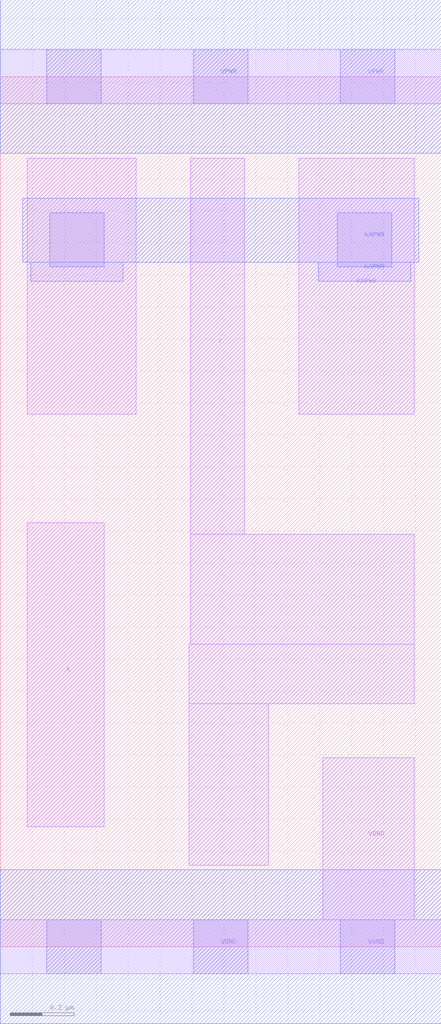
<source format=lef>
# Copyright 2020 The SkyWater PDK Authors
#
# Licensed under the Apache License, Version 2.0 (the "License");
# you may not use this file except in compliance with the License.
# You may obtain a copy of the License at
#
#     https://www.apache.org/licenses/LICENSE-2.0
#
# Unless required by applicable law or agreed to in writing, software
# distributed under the License is distributed on an "AS IS" BASIS,
# WITHOUT WARRANTIES OR CONDITIONS OF ANY KIND, either express or implied.
# See the License for the specific language governing permissions and
# limitations under the License.
#
# SPDX-License-Identifier: Apache-2.0

VERSION 5.7 ;
  NAMESCASESENSITIVE ON ;
  NOWIREEXTENSIONATPIN ON ;
  DIVIDERCHAR "/" ;
  BUSBITCHARS "[]" ;
UNITS
  DATABASE MICRONS 200 ;
END UNITS
MACRO sky130_fd_sc_hd__lpflow_clkinvkapwr_1
  CLASS CORE ;
  SOURCE USER ;
  FOREIGN sky130_fd_sc_hd__lpflow_clkinvkapwr_1 ;
  ORIGIN  0.000000  0.000000 ;
  SIZE  1.380000 BY  2.720000 ;
  SYMMETRY X Y R90 ;
  SITE unithd ;
  PIN A
    ANTENNAGATEAREA  0.315000 ;
    DIRECTION INPUT ;
    USE SIGNAL ;
    PORT
      LAYER li1 ;
        RECT 0.085000 0.375000 0.325000 1.325000 ;
    END
  END A
  PIN Y
    ANTENNADIFFAREA  0.336000 ;
    DIRECTION OUTPUT ;
    USE SIGNAL ;
    PORT
      LAYER li1 ;
        RECT 0.590000 0.255000 0.840000 0.760000 ;
        RECT 0.590000 0.760000 1.295000 0.945000 ;
        RECT 0.595000 0.945000 1.295000 1.290000 ;
        RECT 0.595000 1.290000 0.765000 2.465000 ;
    END
  END Y
  PIN KAPWR
    DIRECTION INOUT ;
    SHAPE ABUTMENT ;
    USE POWER ;
    PORT
      LAYER li1 ;
        RECT 0.085000 1.665000 0.425000 2.465000 ;
        RECT 0.935000 1.665000 1.295000 2.465000 ;
      LAYER mcon ;
        RECT 0.155000 2.125000 0.325000 2.295000 ;
        RECT 1.055000 2.125000 1.225000 2.295000 ;
      LAYER met1 ;
        RECT 0.070000 2.140000 1.310000 2.340000 ;
        RECT 0.095000 2.080000 0.385000 2.140000 ;
        RECT 0.995000 2.080000 1.285000 2.140000 ;
    END
  END KAPWR
  PIN VGND
    DIRECTION INOUT ;
    SHAPE ABUTMENT ;
    USE GROUND ;
    PORT
      LAYER li1 ;
        RECT 0.000000 -0.085000 1.380000 0.085000 ;
        RECT 1.010000  0.085000 1.295000 0.590000 ;
      LAYER mcon ;
        RECT 0.145000 -0.085000 0.315000 0.085000 ;
        RECT 0.605000 -0.085000 0.775000 0.085000 ;
        RECT 1.065000 -0.085000 1.235000 0.085000 ;
      LAYER met1 ;
        RECT 0.000000 -0.240000 1.380000 0.240000 ;
    END
  END VGND
  PIN VPWR
    DIRECTION INOUT ;
    SHAPE ABUTMENT ;
    USE POWER ;
    PORT
      LAYER li1 ;
        RECT 0.000000 2.635000 1.380000 2.805000 ;
      LAYER mcon ;
        RECT 0.145000 2.635000 0.315000 2.805000 ;
        RECT 0.605000 2.635000 0.775000 2.805000 ;
        RECT 1.065000 2.635000 1.235000 2.805000 ;
      LAYER met1 ;
        RECT 0.000000 2.480000 1.380000 2.960000 ;
    END
  END VPWR
END sky130_fd_sc_hd__lpflow_clkinvkapwr_1
END LIBRARY

</source>
